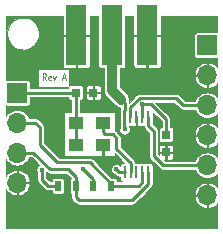
<source format=gtl>
G04 #@! TF.FileFunction,Copper,L1,Top,Signal*
%FSLAX46Y46*%
G04 Gerber Fmt 4.6, Leading zero omitted, Abs format (unit mm)*
G04 Created by KiCad (PCBNEW 4.0.6-e0-6349~53~ubuntu16.04.1) date Sat Jun 24 14:45:07 2017*
%MOMM*%
%LPD*%
G01*
G04 APERTURE LIST*
%ADD10C,0.100000*%
%ADD11C,0.125000*%
%ADD12C,0.200000*%
%ADD13R,0.750000X0.800000*%
%ADD14R,0.800000X0.750000*%
%ADD15R,1.700000X1.700000*%
%ADD16O,1.700000X1.700000*%
%ADD17R,1.800000X5.080000*%
%ADD18C,0.300000*%
%ADD19R,0.500000X0.900000*%
%ADD20R,1.300000X1.100000*%
%ADD21R,0.250000X1.100000*%
%ADD22C,0.400000*%
%ADD23C,0.250000*%
%ADD24C,0.850000*%
G04 APERTURE END LIST*
D10*
D11*
X104445239Y-76471429D02*
X104278572Y-76185714D01*
X104159525Y-76471429D02*
X104159525Y-75871429D01*
X104350001Y-75871429D01*
X104397620Y-75900000D01*
X104421429Y-75928571D01*
X104445239Y-75985714D01*
X104445239Y-76071429D01*
X104421429Y-76128571D01*
X104397620Y-76157143D01*
X104350001Y-76185714D01*
X104159525Y-76185714D01*
X104850001Y-76442857D02*
X104802382Y-76471429D01*
X104707144Y-76471429D01*
X104659525Y-76442857D01*
X104635715Y-76385714D01*
X104635715Y-76157143D01*
X104659525Y-76100000D01*
X104707144Y-76071429D01*
X104802382Y-76071429D01*
X104850001Y-76100000D01*
X104873810Y-76157143D01*
X104873810Y-76214286D01*
X104635715Y-76271429D01*
X105040477Y-76071429D02*
X105159524Y-76471429D01*
X105278572Y-76071429D01*
X105826190Y-76300000D02*
X106064285Y-76300000D01*
X105778571Y-76471429D02*
X105945238Y-75871429D01*
X106111904Y-76471429D01*
D12*
X111600000Y-78100000D03*
X111500000Y-77600000D03*
X111100000Y-77200000D03*
X110800000Y-76800000D03*
X110800000Y-76200000D03*
X110800000Y-75600000D03*
X109200000Y-77300000D03*
X109200000Y-75600000D03*
X109200000Y-76200000D03*
X109200000Y-76800000D03*
X109300000Y-77800000D03*
X109700000Y-78300000D03*
X110100000Y-78700000D03*
X110500000Y-79200000D03*
X110500000Y-79800000D03*
X110500000Y-80400000D03*
X110800000Y-81100000D03*
X111000000Y-81600000D03*
X111400000Y-81200000D03*
D13*
X114600000Y-81050000D03*
X114600000Y-82550000D03*
D14*
X106950000Y-77500000D03*
X108450000Y-77500000D03*
D15*
X102000000Y-77500000D03*
D16*
X102000000Y-80040000D03*
X102000000Y-82580000D03*
X102000000Y-85120000D03*
D17*
X110000000Y-72660000D03*
X107000000Y-72660000D03*
D18*
X113000000Y-74700000D03*
X113000000Y-70700000D03*
X112500000Y-71700000D03*
X113500000Y-71700000D03*
X113000000Y-72700000D03*
X112500000Y-73700000D03*
X113500000Y-73700000D03*
X107000000Y-74700000D03*
X107000000Y-70700000D03*
X106500000Y-71700000D03*
X107500000Y-71700000D03*
X107000000Y-72700000D03*
X106500000Y-73700000D03*
X107500000Y-73700000D03*
D17*
X113000000Y-72660000D03*
D15*
X118100000Y-73500000D03*
D16*
X118100000Y-76040000D03*
X118100000Y-78580000D03*
X118100000Y-81120000D03*
X118100000Y-83660000D03*
X118100000Y-86200000D03*
D19*
X108450000Y-85400000D03*
X109950000Y-85400000D03*
X105450000Y-85400000D03*
X106950000Y-85400000D03*
D20*
X106950000Y-81950000D03*
X109250000Y-81950000D03*
X109250000Y-80050000D03*
X106950000Y-80050000D03*
D21*
X111100000Y-84250000D03*
X111600000Y-84250000D03*
X112100000Y-84250000D03*
X112600000Y-84250000D03*
X113100000Y-84250000D03*
X113116000Y-79550000D03*
X112608000Y-79550000D03*
X112100000Y-79550000D03*
X111592000Y-79550000D03*
X111084000Y-79550000D03*
D12*
X111800000Y-80700000D03*
D22*
X112600000Y-78500000D03*
X110400000Y-84000000D03*
X107600000Y-84000000D03*
X104078768Y-84021232D03*
X109300000Y-83200000D03*
X111100000Y-80600000D03*
D23*
X112600000Y-78500000D02*
X112600000Y-79542000D01*
X112600000Y-79542000D02*
X112608000Y-79550000D01*
X114600000Y-81050000D02*
X114600000Y-79773998D01*
X114600000Y-79773998D02*
X113326002Y-78500000D01*
X113326002Y-78500000D02*
X112600000Y-78500000D01*
X106950000Y-77500000D02*
X106950000Y-80050000D01*
X106950000Y-81950000D02*
X106950000Y-80050000D01*
X106950000Y-77500000D02*
X102000000Y-77500000D01*
X110650000Y-84250000D02*
X111100000Y-84250000D01*
X110650000Y-84250000D02*
X110400000Y-84000000D01*
X108450000Y-85400000D02*
X108450000Y-84850000D01*
X108450000Y-84850000D02*
X107600000Y-84000000D01*
X104078768Y-84878768D02*
X104600000Y-85400000D01*
X104600000Y-85400000D02*
X105450000Y-85400000D01*
X104078768Y-84021232D02*
X104078768Y-84878768D01*
X109250000Y-81950000D02*
X109250000Y-83150000D01*
X109250000Y-83150000D02*
X109300000Y-83200000D01*
X112300000Y-85400000D02*
X112600000Y-85100000D01*
X112600000Y-85100000D02*
X112600000Y-84250000D01*
X109950000Y-85400000D02*
X112300000Y-85400000D01*
X103900000Y-80400000D02*
X103540000Y-80040000D01*
X103540000Y-80040000D02*
X102000000Y-80040000D01*
X103900000Y-81900000D02*
X103900000Y-80400000D01*
X105400000Y-83400000D02*
X103900000Y-81900000D01*
X108150000Y-83400000D02*
X105400000Y-83400000D01*
X109950000Y-85400000D02*
X109950000Y-85200000D01*
X109950000Y-85200000D02*
X108150000Y-83400000D01*
X113100000Y-85236410D02*
X113100000Y-84250000D01*
X107200000Y-86600000D02*
X111736410Y-86600000D01*
X111736410Y-86600000D02*
X113100000Y-85236410D01*
X106950000Y-85400000D02*
X106950000Y-84650000D01*
X103380000Y-82580000D02*
X102000000Y-82580000D01*
X104800000Y-84000000D02*
X103380000Y-82580000D01*
X106300000Y-84000000D02*
X104800000Y-84000000D01*
X106950000Y-84650000D02*
X106300000Y-84000000D01*
X106950000Y-85400000D02*
X106950000Y-86350000D01*
X106950000Y-86350000D02*
X107200000Y-86600000D01*
D24*
X110800000Y-78100000D02*
X110000000Y-77300000D01*
D23*
X111100000Y-78400000D02*
X110800000Y-78100000D01*
X111084000Y-79550000D02*
X111084000Y-80584000D01*
X111084000Y-80584000D02*
X111100000Y-80600000D01*
D24*
X110000000Y-77300000D02*
X110000000Y-72660000D01*
D23*
X111100000Y-79000000D02*
X111100000Y-78400000D01*
X111084000Y-79550000D02*
X111084000Y-79016000D01*
X111084000Y-79016000D02*
X111100000Y-79000000D01*
X115474999Y-77974999D02*
X116080000Y-78580000D01*
X116080000Y-78580000D02*
X118100000Y-78580000D01*
X111592000Y-79550000D02*
X111592000Y-78750000D01*
X111592000Y-78750000D02*
X112367001Y-77974999D01*
X112367001Y-77974999D02*
X115474999Y-77974999D01*
X113550001Y-82850001D02*
X114360000Y-83660000D01*
X114360000Y-83660000D02*
X118100000Y-83660000D01*
X113116000Y-79550000D02*
X113116000Y-80350000D01*
X113116000Y-80350000D02*
X113550001Y-80784001D01*
X113550001Y-80784001D02*
X113550001Y-82850001D01*
X110085002Y-81000000D02*
X109400000Y-81000000D01*
X109400000Y-81000000D02*
X109250000Y-80850000D01*
X109250000Y-80850000D02*
X109250000Y-80050000D01*
X110400000Y-82250000D02*
X110400000Y-81314998D01*
X110400000Y-81314998D02*
X110085002Y-81000000D01*
X111600000Y-84250000D02*
X111600000Y-83450000D01*
X111600000Y-83450000D02*
X110400000Y-82250000D01*
D10*
G36*
X105850000Y-72547500D02*
X105912500Y-72610000D01*
X106950000Y-72610000D01*
X106950000Y-72590000D01*
X107050000Y-72590000D01*
X107050000Y-72610000D01*
X108087500Y-72610000D01*
X108150000Y-72547500D01*
X108150000Y-71050000D01*
X108848791Y-71050000D01*
X108848791Y-75200000D01*
X108851966Y-75239811D01*
X108872877Y-75307336D01*
X108911772Y-75366362D01*
X108965571Y-75412214D01*
X109030015Y-75441263D01*
X109100000Y-75451209D01*
X109325000Y-75451209D01*
X109325000Y-77300000D01*
X109331082Y-77362031D01*
X109336518Y-77424167D01*
X109337509Y-77427577D01*
X109337855Y-77431108D01*
X109355879Y-77490808D01*
X109373272Y-77550673D01*
X109374904Y-77553822D01*
X109375931Y-77557223D01*
X109405204Y-77612278D01*
X109433897Y-77667632D01*
X109436113Y-77670408D01*
X109437778Y-77673539D01*
X109477162Y-77721829D01*
X109516086Y-77770587D01*
X109520958Y-77775528D01*
X109521040Y-77775628D01*
X109521133Y-77775705D01*
X109522703Y-77777297D01*
X110322703Y-78577297D01*
X110424500Y-78660915D01*
X110540601Y-78723168D01*
X110666581Y-78761683D01*
X110725000Y-78767617D01*
X110725000Y-78913428D01*
X110724492Y-78915029D01*
X110717737Y-78930015D01*
X110707791Y-79000000D01*
X110707791Y-80100000D01*
X110709000Y-80115160D01*
X110709000Y-80374500D01*
X110703754Y-80382162D01*
X110668989Y-80463275D01*
X110650641Y-80549596D01*
X110649409Y-80637837D01*
X110665340Y-80724637D01*
X110697826Y-80806689D01*
X110745632Y-80880869D01*
X110806935Y-80944350D01*
X110879401Y-80994715D01*
X110960270Y-81030046D01*
X111046460Y-81048996D01*
X111134691Y-81050844D01*
X111221599Y-81035520D01*
X111303876Y-81003607D01*
X111378388Y-80956320D01*
X111442296Y-80895462D01*
X111493166Y-80823349D01*
X111529060Y-80742729D01*
X111548611Y-80656673D01*
X111550019Y-80555875D01*
X111532878Y-80469306D01*
X111499249Y-80387716D01*
X111474994Y-80351209D01*
X111717000Y-80351209D01*
X111756811Y-80348034D01*
X111824336Y-80327123D01*
X111844772Y-80313657D01*
X111856580Y-80321547D01*
X111902078Y-80340393D01*
X111950377Y-80350000D01*
X111987500Y-80350000D01*
X112050000Y-80287500D01*
X112050000Y-79600000D01*
X112030000Y-79600000D01*
X112030000Y-79500000D01*
X112050000Y-79500000D01*
X112050000Y-79480000D01*
X112150000Y-79480000D01*
X112150000Y-79500000D01*
X112170000Y-79500000D01*
X112170000Y-79600000D01*
X112150000Y-79600000D01*
X112150000Y-80287500D01*
X112212500Y-80350000D01*
X112249623Y-80350000D01*
X112297922Y-80340393D01*
X112343420Y-80321547D01*
X112353836Y-80314587D01*
X112413015Y-80341263D01*
X112483000Y-80351209D01*
X112733000Y-80351209D01*
X112741056Y-80350567D01*
X112744380Y-80384473D01*
X112747399Y-80418982D01*
X112747950Y-80420878D01*
X112748142Y-80422838D01*
X112758152Y-80455992D01*
X112767818Y-80489263D01*
X112768725Y-80491012D01*
X112769295Y-80492901D01*
X112785571Y-80523511D01*
X112801499Y-80554239D01*
X112802728Y-80555778D01*
X112803655Y-80557522D01*
X112825594Y-80584422D01*
X112847159Y-80611436D01*
X112849862Y-80614178D01*
X112849911Y-80614238D01*
X112849966Y-80614284D01*
X112850835Y-80615165D01*
X113175001Y-80939331D01*
X113175001Y-82850001D01*
X113178381Y-82884474D01*
X113181400Y-82918983D01*
X113181951Y-82920879D01*
X113182143Y-82922839D01*
X113192153Y-82955993D01*
X113201819Y-82989264D01*
X113202726Y-82991013D01*
X113203296Y-82992902D01*
X113219572Y-83023512D01*
X113235500Y-83054240D01*
X113236729Y-83055779D01*
X113237656Y-83057523D01*
X113259595Y-83084423D01*
X113281160Y-83111437D01*
X113283863Y-83114179D01*
X113283912Y-83114239D01*
X113283967Y-83114285D01*
X113284836Y-83115166D01*
X114094835Y-83925165D01*
X114121553Y-83947111D01*
X114148137Y-83969418D01*
X114149871Y-83970371D01*
X114151390Y-83971619D01*
X114181875Y-83987966D01*
X114212272Y-84004676D01*
X114214151Y-84005272D01*
X114215889Y-84006204D01*
X114249040Y-84016339D01*
X114282033Y-84026805D01*
X114283990Y-84027025D01*
X114285879Y-84027602D01*
X114320402Y-84031109D01*
X114354764Y-84034963D01*
X114358614Y-84034990D01*
X114358691Y-84034998D01*
X114358762Y-84034991D01*
X114360000Y-84035000D01*
X117063867Y-84035000D01*
X117074776Y-84072067D01*
X117174237Y-84262320D01*
X117308758Y-84429630D01*
X117473214Y-84567625D01*
X117661342Y-84671049D01*
X117865975Y-84735962D01*
X118079320Y-84759893D01*
X118094678Y-84760000D01*
X118105322Y-84760000D01*
X118318980Y-84739051D01*
X118524499Y-84677001D01*
X118714053Y-84576213D01*
X118880420Y-84440528D01*
X118950000Y-84356420D01*
X118950000Y-85510158D01*
X118882627Y-85427018D01*
X118716788Y-85289188D01*
X118527246Y-85186360D01*
X118321285Y-85122485D01*
X118150000Y-85163634D01*
X118150000Y-86150000D01*
X118170000Y-86150000D01*
X118170000Y-86250000D01*
X118150000Y-86250000D01*
X118150000Y-87236366D01*
X118321285Y-87277515D01*
X118527246Y-87213640D01*
X118716788Y-87110812D01*
X118882627Y-86972982D01*
X118950000Y-86889842D01*
X118950000Y-88950000D01*
X101050000Y-88950000D01*
X101050000Y-85665416D01*
X101081610Y-85725446D01*
X101217373Y-85892982D01*
X101383212Y-86030812D01*
X101572754Y-86133640D01*
X101778715Y-86197515D01*
X101950000Y-86156366D01*
X101950000Y-85170000D01*
X102050000Y-85170000D01*
X102050000Y-86156366D01*
X102221285Y-86197515D01*
X102427246Y-86133640D01*
X102616788Y-86030812D01*
X102782627Y-85892982D01*
X102918390Y-85725446D01*
X103018860Y-85534644D01*
X103077512Y-85341284D01*
X103036294Y-85170000D01*
X102050000Y-85170000D01*
X101950000Y-85170000D01*
X101930000Y-85170000D01*
X101930000Y-85070000D01*
X101950000Y-85070000D01*
X101950000Y-84083634D01*
X102050000Y-84083634D01*
X102050000Y-85070000D01*
X103036294Y-85070000D01*
X103077512Y-84898716D01*
X103018860Y-84705356D01*
X102918390Y-84514554D01*
X102782627Y-84347018D01*
X102616788Y-84209188D01*
X102427246Y-84106360D01*
X102221285Y-84042485D01*
X102050000Y-84083634D01*
X101950000Y-84083634D01*
X101778715Y-84042485D01*
X101572754Y-84106360D01*
X101383212Y-84209188D01*
X101217373Y-84347018D01*
X101081610Y-84514554D01*
X101050000Y-84574584D01*
X101050000Y-83135958D01*
X101074237Y-83182320D01*
X101208758Y-83349630D01*
X101373214Y-83487625D01*
X101561342Y-83591049D01*
X101765975Y-83655962D01*
X101979320Y-83679893D01*
X101994678Y-83680000D01*
X102005322Y-83680000D01*
X102218980Y-83659051D01*
X102424499Y-83597001D01*
X102614053Y-83496213D01*
X102780420Y-83360528D01*
X102917263Y-83195112D01*
X103019371Y-83006267D01*
X103035241Y-82955000D01*
X103224670Y-82955000D01*
X103884165Y-83614495D01*
X103869276Y-83620511D01*
X103795432Y-83668833D01*
X103732380Y-83730578D01*
X103682522Y-83803394D01*
X103647757Y-83884507D01*
X103629409Y-83970828D01*
X103628177Y-84059069D01*
X103644108Y-84145869D01*
X103676594Y-84227921D01*
X103703768Y-84270087D01*
X103703768Y-84878768D01*
X103707148Y-84913241D01*
X103710167Y-84947750D01*
X103710718Y-84949646D01*
X103710910Y-84951606D01*
X103720920Y-84984760D01*
X103730586Y-85018031D01*
X103731493Y-85019780D01*
X103732063Y-85021669D01*
X103748335Y-85052272D01*
X103764267Y-85083007D01*
X103765496Y-85084546D01*
X103766423Y-85086290D01*
X103788362Y-85113190D01*
X103809927Y-85140204D01*
X103812630Y-85142946D01*
X103812679Y-85143006D01*
X103812734Y-85143052D01*
X103813603Y-85143933D01*
X104334835Y-85665165D01*
X104361575Y-85687129D01*
X104388137Y-85709418D01*
X104389868Y-85710370D01*
X104391389Y-85711619D01*
X104421861Y-85727958D01*
X104452272Y-85744676D01*
X104454155Y-85745273D01*
X104455889Y-85746203D01*
X104488953Y-85756312D01*
X104522033Y-85766805D01*
X104523995Y-85767025D01*
X104525879Y-85767601D01*
X104560353Y-85771103D01*
X104594764Y-85774963D01*
X104598614Y-85774990D01*
X104598691Y-85774998D01*
X104598762Y-85774991D01*
X104600000Y-85775000D01*
X104948791Y-85775000D01*
X104948791Y-85850000D01*
X104951966Y-85889811D01*
X104972877Y-85957336D01*
X105011772Y-86016362D01*
X105065571Y-86062214D01*
X105130015Y-86091263D01*
X105200000Y-86101209D01*
X105700000Y-86101209D01*
X105739811Y-86098034D01*
X105807336Y-86077123D01*
X105866362Y-86038228D01*
X105912214Y-85984429D01*
X105941263Y-85919985D01*
X105951209Y-85850000D01*
X105951209Y-84950000D01*
X105948034Y-84910189D01*
X105927123Y-84842664D01*
X105888228Y-84783638D01*
X105834429Y-84737786D01*
X105769985Y-84708737D01*
X105700000Y-84698791D01*
X105200000Y-84698791D01*
X105160189Y-84701966D01*
X105092664Y-84722877D01*
X105033638Y-84761772D01*
X104987786Y-84815571D01*
X104958737Y-84880015D01*
X104948791Y-84950000D01*
X104948791Y-85025000D01*
X104755330Y-85025000D01*
X104453768Y-84723438D01*
X104453768Y-84270333D01*
X104471934Y-84244581D01*
X104484970Y-84215300D01*
X104534835Y-84265165D01*
X104561575Y-84287129D01*
X104588137Y-84309418D01*
X104589868Y-84310370D01*
X104591389Y-84311619D01*
X104621878Y-84327967D01*
X104652272Y-84344676D01*
X104654151Y-84345272D01*
X104655889Y-84346204D01*
X104688979Y-84356320D01*
X104722033Y-84366805D01*
X104723995Y-84367025D01*
X104725879Y-84367601D01*
X104760353Y-84371103D01*
X104794764Y-84374963D01*
X104798614Y-84374990D01*
X104798691Y-84374998D01*
X104798762Y-84374991D01*
X104800000Y-84375000D01*
X106144670Y-84375000D01*
X106532628Y-84762958D01*
X106487786Y-84815571D01*
X106458737Y-84880015D01*
X106448791Y-84950000D01*
X106448791Y-85850000D01*
X106451966Y-85889811D01*
X106472877Y-85957336D01*
X106511772Y-86016362D01*
X106565571Y-86062214D01*
X106575000Y-86066464D01*
X106575000Y-86350000D01*
X106578380Y-86384473D01*
X106581399Y-86418982D01*
X106581950Y-86420878D01*
X106582142Y-86422838D01*
X106592152Y-86455992D01*
X106601818Y-86489263D01*
X106602725Y-86491012D01*
X106603295Y-86492901D01*
X106619571Y-86523511D01*
X106635499Y-86554239D01*
X106636728Y-86555778D01*
X106637655Y-86557522D01*
X106659594Y-86584422D01*
X106681159Y-86611436D01*
X106683862Y-86614178D01*
X106683911Y-86614238D01*
X106683966Y-86614284D01*
X106684835Y-86615165D01*
X106934835Y-86865165D01*
X106961575Y-86887129D01*
X106988137Y-86909418D01*
X106989868Y-86910370D01*
X106991389Y-86911619D01*
X107021861Y-86927958D01*
X107052272Y-86944676D01*
X107054155Y-86945273D01*
X107055889Y-86946203D01*
X107088953Y-86956312D01*
X107122033Y-86966805D01*
X107123995Y-86967025D01*
X107125879Y-86967601D01*
X107160353Y-86971103D01*
X107194764Y-86974963D01*
X107198614Y-86974990D01*
X107198691Y-86974998D01*
X107198762Y-86974991D01*
X107200000Y-86975000D01*
X111736410Y-86975000D01*
X111770883Y-86971620D01*
X111805392Y-86968601D01*
X111807288Y-86968050D01*
X111809248Y-86967858D01*
X111842402Y-86957848D01*
X111875673Y-86948182D01*
X111877422Y-86947275D01*
X111879311Y-86946705D01*
X111909921Y-86930429D01*
X111940649Y-86914501D01*
X111942188Y-86913272D01*
X111943932Y-86912345D01*
X111970832Y-86890406D01*
X111997846Y-86868841D01*
X112000588Y-86866138D01*
X112000648Y-86866089D01*
X112000694Y-86866034D01*
X112001575Y-86865165D01*
X112445456Y-86421284D01*
X117022488Y-86421284D01*
X117081140Y-86614644D01*
X117181610Y-86805446D01*
X117317373Y-86972982D01*
X117483212Y-87110812D01*
X117672754Y-87213640D01*
X117878715Y-87277515D01*
X118050000Y-87236366D01*
X118050000Y-86250000D01*
X117063706Y-86250000D01*
X117022488Y-86421284D01*
X112445456Y-86421284D01*
X112888024Y-85978716D01*
X117022488Y-85978716D01*
X117063706Y-86150000D01*
X118050000Y-86150000D01*
X118050000Y-85163634D01*
X117878715Y-85122485D01*
X117672754Y-85186360D01*
X117483212Y-85289188D01*
X117317373Y-85427018D01*
X117181610Y-85594554D01*
X117081140Y-85785356D01*
X117022488Y-85978716D01*
X112888024Y-85978716D01*
X113365165Y-85501575D01*
X113387129Y-85474835D01*
X113409418Y-85448273D01*
X113410370Y-85446542D01*
X113411619Y-85445021D01*
X113427968Y-85414530D01*
X113444676Y-85384138D01*
X113445273Y-85382257D01*
X113446203Y-85380522D01*
X113456316Y-85347443D01*
X113466805Y-85314377D01*
X113467025Y-85312415D01*
X113467601Y-85310531D01*
X113471098Y-85276102D01*
X113474963Y-85241646D01*
X113474990Y-85237785D01*
X113474997Y-85237719D01*
X113474991Y-85237657D01*
X113475000Y-85236410D01*
X113475000Y-84808507D01*
X113476209Y-84800000D01*
X113476209Y-83700000D01*
X113473034Y-83660189D01*
X113452123Y-83592664D01*
X113413228Y-83533638D01*
X113359429Y-83487786D01*
X113294985Y-83458737D01*
X113225000Y-83448791D01*
X112975000Y-83448791D01*
X112935189Y-83451966D01*
X112867664Y-83472877D01*
X112850884Y-83483934D01*
X112794985Y-83458737D01*
X112725000Y-83448791D01*
X112475000Y-83448791D01*
X112435189Y-83451966D01*
X112367664Y-83472877D01*
X112350884Y-83483934D01*
X112294985Y-83458737D01*
X112225000Y-83448791D01*
X111975000Y-83448791D01*
X111974882Y-83448800D01*
X111971620Y-83415531D01*
X111968601Y-83381018D01*
X111968050Y-83379122D01*
X111967858Y-83377162D01*
X111957848Y-83344008D01*
X111948182Y-83310737D01*
X111947275Y-83308988D01*
X111946705Y-83307099D01*
X111930440Y-83276510D01*
X111914501Y-83245760D01*
X111913270Y-83244219D01*
X111912345Y-83242478D01*
X111890444Y-83215624D01*
X111868841Y-83188563D01*
X111866137Y-83185820D01*
X111866089Y-83185762D01*
X111866035Y-83185717D01*
X111865165Y-83184835D01*
X110775000Y-82094670D01*
X110775000Y-81314998D01*
X110771620Y-81280529D01*
X110768601Y-81246016D01*
X110768050Y-81244120D01*
X110767858Y-81242160D01*
X110757852Y-81209020D01*
X110748182Y-81175734D01*
X110747274Y-81173983D01*
X110746705Y-81172097D01*
X110730450Y-81141526D01*
X110714501Y-81110758D01*
X110713270Y-81109217D01*
X110712345Y-81107476D01*
X110690444Y-81080622D01*
X110668841Y-81053561D01*
X110666137Y-81050818D01*
X110666089Y-81050760D01*
X110666035Y-81050715D01*
X110665165Y-81049833D01*
X110350167Y-80734835D01*
X110323427Y-80712871D01*
X110296865Y-80690582D01*
X110295134Y-80689630D01*
X110293613Y-80688381D01*
X110263106Y-80672023D01*
X110250000Y-80664818D01*
X110250000Y-79200000D01*
X110246581Y-79181827D01*
X110235840Y-79165136D01*
X110219453Y-79153939D01*
X110200000Y-79150000D01*
X107325000Y-79150000D01*
X107325000Y-78126209D01*
X107350000Y-78126209D01*
X107389811Y-78123034D01*
X107457336Y-78102123D01*
X107516362Y-78063228D01*
X107562214Y-78009429D01*
X107591263Y-77944985D01*
X107601209Y-77875000D01*
X107601209Y-77612500D01*
X107800000Y-77612500D01*
X107800000Y-77899623D01*
X107809607Y-77947922D01*
X107828453Y-77993419D01*
X107855812Y-78034366D01*
X107890634Y-78069188D01*
X107931580Y-78096547D01*
X107977078Y-78115393D01*
X108025377Y-78125000D01*
X108337500Y-78125000D01*
X108400000Y-78062500D01*
X108400000Y-77550000D01*
X108500000Y-77550000D01*
X108500000Y-78062500D01*
X108562500Y-78125000D01*
X108874623Y-78125000D01*
X108922922Y-78115393D01*
X108968420Y-78096547D01*
X109009366Y-78069188D01*
X109044188Y-78034366D01*
X109071547Y-77993419D01*
X109090393Y-77947922D01*
X109100000Y-77899623D01*
X109100000Y-77612500D01*
X109037500Y-77550000D01*
X108500000Y-77550000D01*
X108400000Y-77550000D01*
X107862500Y-77550000D01*
X107800000Y-77612500D01*
X107601209Y-77612500D01*
X107601209Y-77125000D01*
X107599246Y-77100377D01*
X107800000Y-77100377D01*
X107800000Y-77387500D01*
X107862500Y-77450000D01*
X108400000Y-77450000D01*
X108400000Y-76937500D01*
X108500000Y-76937500D01*
X108500000Y-77450000D01*
X109037500Y-77450000D01*
X109100000Y-77387500D01*
X109100000Y-77100377D01*
X109090393Y-77052078D01*
X109071547Y-77006581D01*
X109044188Y-76965634D01*
X109009366Y-76930812D01*
X108968420Y-76903453D01*
X108922922Y-76884607D01*
X108874623Y-76875000D01*
X108562500Y-76875000D01*
X108500000Y-76937500D01*
X108400000Y-76937500D01*
X108337500Y-76875000D01*
X108025377Y-76875000D01*
X107977078Y-76884607D01*
X107931580Y-76903453D01*
X107890634Y-76930812D01*
X107855812Y-76965634D01*
X107828453Y-77006581D01*
X107809607Y-77052078D01*
X107800000Y-77100377D01*
X107599246Y-77100377D01*
X107598034Y-77085189D01*
X107577123Y-77017664D01*
X107538228Y-76958638D01*
X107484429Y-76912786D01*
X107419985Y-76883737D01*
X107350000Y-76873791D01*
X106550000Y-76873791D01*
X106510189Y-76876966D01*
X106442664Y-76897877D01*
X106409523Y-76919715D01*
X106409523Y-75467500D01*
X103790477Y-75467500D01*
X103790477Y-76992500D01*
X106336916Y-76992500D01*
X106308737Y-77055015D01*
X106298791Y-77125000D01*
X103101209Y-77125000D01*
X103101209Y-76650000D01*
X103098034Y-76610189D01*
X103077123Y-76542664D01*
X103038228Y-76483638D01*
X102984429Y-76437786D01*
X102919985Y-76408737D01*
X102850000Y-76398791D01*
X101150000Y-76398791D01*
X101110189Y-76401966D01*
X101050000Y-76420605D01*
X101050000Y-72613512D01*
X101148226Y-72613512D01*
X101196018Y-72873911D01*
X101293478Y-73120068D01*
X101436895Y-73342607D01*
X101620805Y-73533051D01*
X101838203Y-73684147D01*
X102080809Y-73790139D01*
X102339381Y-73846989D01*
X102604072Y-73852534D01*
X102864798Y-73806561D01*
X103111630Y-73710821D01*
X103335164Y-73568962D01*
X103526888Y-73386386D01*
X103679498Y-73170048D01*
X103787181Y-72928188D01*
X103822552Y-72772500D01*
X105850000Y-72772500D01*
X105850000Y-75224623D01*
X105859607Y-75272922D01*
X105878453Y-75318419D01*
X105905812Y-75359366D01*
X105940634Y-75394188D01*
X105981580Y-75421547D01*
X106027078Y-75440393D01*
X106075377Y-75450000D01*
X106887500Y-75450000D01*
X106950000Y-75387500D01*
X106950000Y-72710000D01*
X107050000Y-72710000D01*
X107050000Y-75387500D01*
X107112500Y-75450000D01*
X107924623Y-75450000D01*
X107972922Y-75440393D01*
X108018420Y-75421547D01*
X108059366Y-75394188D01*
X108094188Y-75359366D01*
X108121547Y-75318419D01*
X108140393Y-75272922D01*
X108150000Y-75224623D01*
X108150000Y-72772500D01*
X108087500Y-72710000D01*
X107050000Y-72710000D01*
X106950000Y-72710000D01*
X105912500Y-72710000D01*
X105850000Y-72772500D01*
X103822552Y-72772500D01*
X103845835Y-72670019D01*
X103850058Y-72367626D01*
X103798635Y-72107919D01*
X103697747Y-71863147D01*
X103551237Y-71642632D01*
X103364686Y-71454774D01*
X103145199Y-71306729D01*
X102901137Y-71204134D01*
X102641796Y-71150899D01*
X102377054Y-71149051D01*
X102116995Y-71198660D01*
X101871524Y-71297836D01*
X101649992Y-71442803D01*
X101460836Y-71628038D01*
X101311262Y-71846486D01*
X101206966Y-72089826D01*
X101151922Y-72348789D01*
X101148226Y-72613512D01*
X101050000Y-72613512D01*
X101050000Y-71050000D01*
X105850000Y-71050000D01*
X105850000Y-72547500D01*
X105850000Y-72547500D01*
G37*
X105850000Y-72547500D02*
X105912500Y-72610000D01*
X106950000Y-72610000D01*
X106950000Y-72590000D01*
X107050000Y-72590000D01*
X107050000Y-72610000D01*
X108087500Y-72610000D01*
X108150000Y-72547500D01*
X108150000Y-71050000D01*
X108848791Y-71050000D01*
X108848791Y-75200000D01*
X108851966Y-75239811D01*
X108872877Y-75307336D01*
X108911772Y-75366362D01*
X108965571Y-75412214D01*
X109030015Y-75441263D01*
X109100000Y-75451209D01*
X109325000Y-75451209D01*
X109325000Y-77300000D01*
X109331082Y-77362031D01*
X109336518Y-77424167D01*
X109337509Y-77427577D01*
X109337855Y-77431108D01*
X109355879Y-77490808D01*
X109373272Y-77550673D01*
X109374904Y-77553822D01*
X109375931Y-77557223D01*
X109405204Y-77612278D01*
X109433897Y-77667632D01*
X109436113Y-77670408D01*
X109437778Y-77673539D01*
X109477162Y-77721829D01*
X109516086Y-77770587D01*
X109520958Y-77775528D01*
X109521040Y-77775628D01*
X109521133Y-77775705D01*
X109522703Y-77777297D01*
X110322703Y-78577297D01*
X110424500Y-78660915D01*
X110540601Y-78723168D01*
X110666581Y-78761683D01*
X110725000Y-78767617D01*
X110725000Y-78913428D01*
X110724492Y-78915029D01*
X110717737Y-78930015D01*
X110707791Y-79000000D01*
X110707791Y-80100000D01*
X110709000Y-80115160D01*
X110709000Y-80374500D01*
X110703754Y-80382162D01*
X110668989Y-80463275D01*
X110650641Y-80549596D01*
X110649409Y-80637837D01*
X110665340Y-80724637D01*
X110697826Y-80806689D01*
X110745632Y-80880869D01*
X110806935Y-80944350D01*
X110879401Y-80994715D01*
X110960270Y-81030046D01*
X111046460Y-81048996D01*
X111134691Y-81050844D01*
X111221599Y-81035520D01*
X111303876Y-81003607D01*
X111378388Y-80956320D01*
X111442296Y-80895462D01*
X111493166Y-80823349D01*
X111529060Y-80742729D01*
X111548611Y-80656673D01*
X111550019Y-80555875D01*
X111532878Y-80469306D01*
X111499249Y-80387716D01*
X111474994Y-80351209D01*
X111717000Y-80351209D01*
X111756811Y-80348034D01*
X111824336Y-80327123D01*
X111844772Y-80313657D01*
X111856580Y-80321547D01*
X111902078Y-80340393D01*
X111950377Y-80350000D01*
X111987500Y-80350000D01*
X112050000Y-80287500D01*
X112050000Y-79600000D01*
X112030000Y-79600000D01*
X112030000Y-79500000D01*
X112050000Y-79500000D01*
X112050000Y-79480000D01*
X112150000Y-79480000D01*
X112150000Y-79500000D01*
X112170000Y-79500000D01*
X112170000Y-79600000D01*
X112150000Y-79600000D01*
X112150000Y-80287500D01*
X112212500Y-80350000D01*
X112249623Y-80350000D01*
X112297922Y-80340393D01*
X112343420Y-80321547D01*
X112353836Y-80314587D01*
X112413015Y-80341263D01*
X112483000Y-80351209D01*
X112733000Y-80351209D01*
X112741056Y-80350567D01*
X112744380Y-80384473D01*
X112747399Y-80418982D01*
X112747950Y-80420878D01*
X112748142Y-80422838D01*
X112758152Y-80455992D01*
X112767818Y-80489263D01*
X112768725Y-80491012D01*
X112769295Y-80492901D01*
X112785571Y-80523511D01*
X112801499Y-80554239D01*
X112802728Y-80555778D01*
X112803655Y-80557522D01*
X112825594Y-80584422D01*
X112847159Y-80611436D01*
X112849862Y-80614178D01*
X112849911Y-80614238D01*
X112849966Y-80614284D01*
X112850835Y-80615165D01*
X113175001Y-80939331D01*
X113175001Y-82850001D01*
X113178381Y-82884474D01*
X113181400Y-82918983D01*
X113181951Y-82920879D01*
X113182143Y-82922839D01*
X113192153Y-82955993D01*
X113201819Y-82989264D01*
X113202726Y-82991013D01*
X113203296Y-82992902D01*
X113219572Y-83023512D01*
X113235500Y-83054240D01*
X113236729Y-83055779D01*
X113237656Y-83057523D01*
X113259595Y-83084423D01*
X113281160Y-83111437D01*
X113283863Y-83114179D01*
X113283912Y-83114239D01*
X113283967Y-83114285D01*
X113284836Y-83115166D01*
X114094835Y-83925165D01*
X114121553Y-83947111D01*
X114148137Y-83969418D01*
X114149871Y-83970371D01*
X114151390Y-83971619D01*
X114181875Y-83987966D01*
X114212272Y-84004676D01*
X114214151Y-84005272D01*
X114215889Y-84006204D01*
X114249040Y-84016339D01*
X114282033Y-84026805D01*
X114283990Y-84027025D01*
X114285879Y-84027602D01*
X114320402Y-84031109D01*
X114354764Y-84034963D01*
X114358614Y-84034990D01*
X114358691Y-84034998D01*
X114358762Y-84034991D01*
X114360000Y-84035000D01*
X117063867Y-84035000D01*
X117074776Y-84072067D01*
X117174237Y-84262320D01*
X117308758Y-84429630D01*
X117473214Y-84567625D01*
X117661342Y-84671049D01*
X117865975Y-84735962D01*
X118079320Y-84759893D01*
X118094678Y-84760000D01*
X118105322Y-84760000D01*
X118318980Y-84739051D01*
X118524499Y-84677001D01*
X118714053Y-84576213D01*
X118880420Y-84440528D01*
X118950000Y-84356420D01*
X118950000Y-85510158D01*
X118882627Y-85427018D01*
X118716788Y-85289188D01*
X118527246Y-85186360D01*
X118321285Y-85122485D01*
X118150000Y-85163634D01*
X118150000Y-86150000D01*
X118170000Y-86150000D01*
X118170000Y-86250000D01*
X118150000Y-86250000D01*
X118150000Y-87236366D01*
X118321285Y-87277515D01*
X118527246Y-87213640D01*
X118716788Y-87110812D01*
X118882627Y-86972982D01*
X118950000Y-86889842D01*
X118950000Y-88950000D01*
X101050000Y-88950000D01*
X101050000Y-85665416D01*
X101081610Y-85725446D01*
X101217373Y-85892982D01*
X101383212Y-86030812D01*
X101572754Y-86133640D01*
X101778715Y-86197515D01*
X101950000Y-86156366D01*
X101950000Y-85170000D01*
X102050000Y-85170000D01*
X102050000Y-86156366D01*
X102221285Y-86197515D01*
X102427246Y-86133640D01*
X102616788Y-86030812D01*
X102782627Y-85892982D01*
X102918390Y-85725446D01*
X103018860Y-85534644D01*
X103077512Y-85341284D01*
X103036294Y-85170000D01*
X102050000Y-85170000D01*
X101950000Y-85170000D01*
X101930000Y-85170000D01*
X101930000Y-85070000D01*
X101950000Y-85070000D01*
X101950000Y-84083634D01*
X102050000Y-84083634D01*
X102050000Y-85070000D01*
X103036294Y-85070000D01*
X103077512Y-84898716D01*
X103018860Y-84705356D01*
X102918390Y-84514554D01*
X102782627Y-84347018D01*
X102616788Y-84209188D01*
X102427246Y-84106360D01*
X102221285Y-84042485D01*
X102050000Y-84083634D01*
X101950000Y-84083634D01*
X101778715Y-84042485D01*
X101572754Y-84106360D01*
X101383212Y-84209188D01*
X101217373Y-84347018D01*
X101081610Y-84514554D01*
X101050000Y-84574584D01*
X101050000Y-83135958D01*
X101074237Y-83182320D01*
X101208758Y-83349630D01*
X101373214Y-83487625D01*
X101561342Y-83591049D01*
X101765975Y-83655962D01*
X101979320Y-83679893D01*
X101994678Y-83680000D01*
X102005322Y-83680000D01*
X102218980Y-83659051D01*
X102424499Y-83597001D01*
X102614053Y-83496213D01*
X102780420Y-83360528D01*
X102917263Y-83195112D01*
X103019371Y-83006267D01*
X103035241Y-82955000D01*
X103224670Y-82955000D01*
X103884165Y-83614495D01*
X103869276Y-83620511D01*
X103795432Y-83668833D01*
X103732380Y-83730578D01*
X103682522Y-83803394D01*
X103647757Y-83884507D01*
X103629409Y-83970828D01*
X103628177Y-84059069D01*
X103644108Y-84145869D01*
X103676594Y-84227921D01*
X103703768Y-84270087D01*
X103703768Y-84878768D01*
X103707148Y-84913241D01*
X103710167Y-84947750D01*
X103710718Y-84949646D01*
X103710910Y-84951606D01*
X103720920Y-84984760D01*
X103730586Y-85018031D01*
X103731493Y-85019780D01*
X103732063Y-85021669D01*
X103748335Y-85052272D01*
X103764267Y-85083007D01*
X103765496Y-85084546D01*
X103766423Y-85086290D01*
X103788362Y-85113190D01*
X103809927Y-85140204D01*
X103812630Y-85142946D01*
X103812679Y-85143006D01*
X103812734Y-85143052D01*
X103813603Y-85143933D01*
X104334835Y-85665165D01*
X104361575Y-85687129D01*
X104388137Y-85709418D01*
X104389868Y-85710370D01*
X104391389Y-85711619D01*
X104421861Y-85727958D01*
X104452272Y-85744676D01*
X104454155Y-85745273D01*
X104455889Y-85746203D01*
X104488953Y-85756312D01*
X104522033Y-85766805D01*
X104523995Y-85767025D01*
X104525879Y-85767601D01*
X104560353Y-85771103D01*
X104594764Y-85774963D01*
X104598614Y-85774990D01*
X104598691Y-85774998D01*
X104598762Y-85774991D01*
X104600000Y-85775000D01*
X104948791Y-85775000D01*
X104948791Y-85850000D01*
X104951966Y-85889811D01*
X104972877Y-85957336D01*
X105011772Y-86016362D01*
X105065571Y-86062214D01*
X105130015Y-86091263D01*
X105200000Y-86101209D01*
X105700000Y-86101209D01*
X105739811Y-86098034D01*
X105807336Y-86077123D01*
X105866362Y-86038228D01*
X105912214Y-85984429D01*
X105941263Y-85919985D01*
X105951209Y-85850000D01*
X105951209Y-84950000D01*
X105948034Y-84910189D01*
X105927123Y-84842664D01*
X105888228Y-84783638D01*
X105834429Y-84737786D01*
X105769985Y-84708737D01*
X105700000Y-84698791D01*
X105200000Y-84698791D01*
X105160189Y-84701966D01*
X105092664Y-84722877D01*
X105033638Y-84761772D01*
X104987786Y-84815571D01*
X104958737Y-84880015D01*
X104948791Y-84950000D01*
X104948791Y-85025000D01*
X104755330Y-85025000D01*
X104453768Y-84723438D01*
X104453768Y-84270333D01*
X104471934Y-84244581D01*
X104484970Y-84215300D01*
X104534835Y-84265165D01*
X104561575Y-84287129D01*
X104588137Y-84309418D01*
X104589868Y-84310370D01*
X104591389Y-84311619D01*
X104621878Y-84327967D01*
X104652272Y-84344676D01*
X104654151Y-84345272D01*
X104655889Y-84346204D01*
X104688979Y-84356320D01*
X104722033Y-84366805D01*
X104723995Y-84367025D01*
X104725879Y-84367601D01*
X104760353Y-84371103D01*
X104794764Y-84374963D01*
X104798614Y-84374990D01*
X104798691Y-84374998D01*
X104798762Y-84374991D01*
X104800000Y-84375000D01*
X106144670Y-84375000D01*
X106532628Y-84762958D01*
X106487786Y-84815571D01*
X106458737Y-84880015D01*
X106448791Y-84950000D01*
X106448791Y-85850000D01*
X106451966Y-85889811D01*
X106472877Y-85957336D01*
X106511772Y-86016362D01*
X106565571Y-86062214D01*
X106575000Y-86066464D01*
X106575000Y-86350000D01*
X106578380Y-86384473D01*
X106581399Y-86418982D01*
X106581950Y-86420878D01*
X106582142Y-86422838D01*
X106592152Y-86455992D01*
X106601818Y-86489263D01*
X106602725Y-86491012D01*
X106603295Y-86492901D01*
X106619571Y-86523511D01*
X106635499Y-86554239D01*
X106636728Y-86555778D01*
X106637655Y-86557522D01*
X106659594Y-86584422D01*
X106681159Y-86611436D01*
X106683862Y-86614178D01*
X106683911Y-86614238D01*
X106683966Y-86614284D01*
X106684835Y-86615165D01*
X106934835Y-86865165D01*
X106961575Y-86887129D01*
X106988137Y-86909418D01*
X106989868Y-86910370D01*
X106991389Y-86911619D01*
X107021861Y-86927958D01*
X107052272Y-86944676D01*
X107054155Y-86945273D01*
X107055889Y-86946203D01*
X107088953Y-86956312D01*
X107122033Y-86966805D01*
X107123995Y-86967025D01*
X107125879Y-86967601D01*
X107160353Y-86971103D01*
X107194764Y-86974963D01*
X107198614Y-86974990D01*
X107198691Y-86974998D01*
X107198762Y-86974991D01*
X107200000Y-86975000D01*
X111736410Y-86975000D01*
X111770883Y-86971620D01*
X111805392Y-86968601D01*
X111807288Y-86968050D01*
X111809248Y-86967858D01*
X111842402Y-86957848D01*
X111875673Y-86948182D01*
X111877422Y-86947275D01*
X111879311Y-86946705D01*
X111909921Y-86930429D01*
X111940649Y-86914501D01*
X111942188Y-86913272D01*
X111943932Y-86912345D01*
X111970832Y-86890406D01*
X111997846Y-86868841D01*
X112000588Y-86866138D01*
X112000648Y-86866089D01*
X112000694Y-86866034D01*
X112001575Y-86865165D01*
X112445456Y-86421284D01*
X117022488Y-86421284D01*
X117081140Y-86614644D01*
X117181610Y-86805446D01*
X117317373Y-86972982D01*
X117483212Y-87110812D01*
X117672754Y-87213640D01*
X117878715Y-87277515D01*
X118050000Y-87236366D01*
X118050000Y-86250000D01*
X117063706Y-86250000D01*
X117022488Y-86421284D01*
X112445456Y-86421284D01*
X112888024Y-85978716D01*
X117022488Y-85978716D01*
X117063706Y-86150000D01*
X118050000Y-86150000D01*
X118050000Y-85163634D01*
X117878715Y-85122485D01*
X117672754Y-85186360D01*
X117483212Y-85289188D01*
X117317373Y-85427018D01*
X117181610Y-85594554D01*
X117081140Y-85785356D01*
X117022488Y-85978716D01*
X112888024Y-85978716D01*
X113365165Y-85501575D01*
X113387129Y-85474835D01*
X113409418Y-85448273D01*
X113410370Y-85446542D01*
X113411619Y-85445021D01*
X113427968Y-85414530D01*
X113444676Y-85384138D01*
X113445273Y-85382257D01*
X113446203Y-85380522D01*
X113456316Y-85347443D01*
X113466805Y-85314377D01*
X113467025Y-85312415D01*
X113467601Y-85310531D01*
X113471098Y-85276102D01*
X113474963Y-85241646D01*
X113474990Y-85237785D01*
X113474997Y-85237719D01*
X113474991Y-85237657D01*
X113475000Y-85236410D01*
X113475000Y-84808507D01*
X113476209Y-84800000D01*
X113476209Y-83700000D01*
X113473034Y-83660189D01*
X113452123Y-83592664D01*
X113413228Y-83533638D01*
X113359429Y-83487786D01*
X113294985Y-83458737D01*
X113225000Y-83448791D01*
X112975000Y-83448791D01*
X112935189Y-83451966D01*
X112867664Y-83472877D01*
X112850884Y-83483934D01*
X112794985Y-83458737D01*
X112725000Y-83448791D01*
X112475000Y-83448791D01*
X112435189Y-83451966D01*
X112367664Y-83472877D01*
X112350884Y-83483934D01*
X112294985Y-83458737D01*
X112225000Y-83448791D01*
X111975000Y-83448791D01*
X111974882Y-83448800D01*
X111971620Y-83415531D01*
X111968601Y-83381018D01*
X111968050Y-83379122D01*
X111967858Y-83377162D01*
X111957848Y-83344008D01*
X111948182Y-83310737D01*
X111947275Y-83308988D01*
X111946705Y-83307099D01*
X111930440Y-83276510D01*
X111914501Y-83245760D01*
X111913270Y-83244219D01*
X111912345Y-83242478D01*
X111890444Y-83215624D01*
X111868841Y-83188563D01*
X111866137Y-83185820D01*
X111866089Y-83185762D01*
X111866035Y-83185717D01*
X111865165Y-83184835D01*
X110775000Y-82094670D01*
X110775000Y-81314998D01*
X110771620Y-81280529D01*
X110768601Y-81246016D01*
X110768050Y-81244120D01*
X110767858Y-81242160D01*
X110757852Y-81209020D01*
X110748182Y-81175734D01*
X110747274Y-81173983D01*
X110746705Y-81172097D01*
X110730450Y-81141526D01*
X110714501Y-81110758D01*
X110713270Y-81109217D01*
X110712345Y-81107476D01*
X110690444Y-81080622D01*
X110668841Y-81053561D01*
X110666137Y-81050818D01*
X110666089Y-81050760D01*
X110666035Y-81050715D01*
X110665165Y-81049833D01*
X110350167Y-80734835D01*
X110323427Y-80712871D01*
X110296865Y-80690582D01*
X110295134Y-80689630D01*
X110293613Y-80688381D01*
X110263106Y-80672023D01*
X110250000Y-80664818D01*
X110250000Y-79200000D01*
X110246581Y-79181827D01*
X110235840Y-79165136D01*
X110219453Y-79153939D01*
X110200000Y-79150000D01*
X107325000Y-79150000D01*
X107325000Y-78126209D01*
X107350000Y-78126209D01*
X107389811Y-78123034D01*
X107457336Y-78102123D01*
X107516362Y-78063228D01*
X107562214Y-78009429D01*
X107591263Y-77944985D01*
X107601209Y-77875000D01*
X107601209Y-77612500D01*
X107800000Y-77612500D01*
X107800000Y-77899623D01*
X107809607Y-77947922D01*
X107828453Y-77993419D01*
X107855812Y-78034366D01*
X107890634Y-78069188D01*
X107931580Y-78096547D01*
X107977078Y-78115393D01*
X108025377Y-78125000D01*
X108337500Y-78125000D01*
X108400000Y-78062500D01*
X108400000Y-77550000D01*
X108500000Y-77550000D01*
X108500000Y-78062500D01*
X108562500Y-78125000D01*
X108874623Y-78125000D01*
X108922922Y-78115393D01*
X108968420Y-78096547D01*
X109009366Y-78069188D01*
X109044188Y-78034366D01*
X109071547Y-77993419D01*
X109090393Y-77947922D01*
X109100000Y-77899623D01*
X109100000Y-77612500D01*
X109037500Y-77550000D01*
X108500000Y-77550000D01*
X108400000Y-77550000D01*
X107862500Y-77550000D01*
X107800000Y-77612500D01*
X107601209Y-77612500D01*
X107601209Y-77125000D01*
X107599246Y-77100377D01*
X107800000Y-77100377D01*
X107800000Y-77387500D01*
X107862500Y-77450000D01*
X108400000Y-77450000D01*
X108400000Y-76937500D01*
X108500000Y-76937500D01*
X108500000Y-77450000D01*
X109037500Y-77450000D01*
X109100000Y-77387500D01*
X109100000Y-77100377D01*
X109090393Y-77052078D01*
X109071547Y-77006581D01*
X109044188Y-76965634D01*
X109009366Y-76930812D01*
X108968420Y-76903453D01*
X108922922Y-76884607D01*
X108874623Y-76875000D01*
X108562500Y-76875000D01*
X108500000Y-76937500D01*
X108400000Y-76937500D01*
X108337500Y-76875000D01*
X108025377Y-76875000D01*
X107977078Y-76884607D01*
X107931580Y-76903453D01*
X107890634Y-76930812D01*
X107855812Y-76965634D01*
X107828453Y-77006581D01*
X107809607Y-77052078D01*
X107800000Y-77100377D01*
X107599246Y-77100377D01*
X107598034Y-77085189D01*
X107577123Y-77017664D01*
X107538228Y-76958638D01*
X107484429Y-76912786D01*
X107419985Y-76883737D01*
X107350000Y-76873791D01*
X106550000Y-76873791D01*
X106510189Y-76876966D01*
X106442664Y-76897877D01*
X106409523Y-76919715D01*
X106409523Y-75467500D01*
X103790477Y-75467500D01*
X103790477Y-76992500D01*
X106336916Y-76992500D01*
X106308737Y-77055015D01*
X106298791Y-77125000D01*
X103101209Y-77125000D01*
X103101209Y-76650000D01*
X103098034Y-76610189D01*
X103077123Y-76542664D01*
X103038228Y-76483638D01*
X102984429Y-76437786D01*
X102919985Y-76408737D01*
X102850000Y-76398791D01*
X101150000Y-76398791D01*
X101110189Y-76401966D01*
X101050000Y-76420605D01*
X101050000Y-72613512D01*
X101148226Y-72613512D01*
X101196018Y-72873911D01*
X101293478Y-73120068D01*
X101436895Y-73342607D01*
X101620805Y-73533051D01*
X101838203Y-73684147D01*
X102080809Y-73790139D01*
X102339381Y-73846989D01*
X102604072Y-73852534D01*
X102864798Y-73806561D01*
X103111630Y-73710821D01*
X103335164Y-73568962D01*
X103526888Y-73386386D01*
X103679498Y-73170048D01*
X103787181Y-72928188D01*
X103822552Y-72772500D01*
X105850000Y-72772500D01*
X105850000Y-75224623D01*
X105859607Y-75272922D01*
X105878453Y-75318419D01*
X105905812Y-75359366D01*
X105940634Y-75394188D01*
X105981580Y-75421547D01*
X106027078Y-75440393D01*
X106075377Y-75450000D01*
X106887500Y-75450000D01*
X106950000Y-75387500D01*
X106950000Y-72710000D01*
X107050000Y-72710000D01*
X107050000Y-75387500D01*
X107112500Y-75450000D01*
X107924623Y-75450000D01*
X107972922Y-75440393D01*
X108018420Y-75421547D01*
X108059366Y-75394188D01*
X108094188Y-75359366D01*
X108121547Y-75318419D01*
X108140393Y-75272922D01*
X108150000Y-75224623D01*
X108150000Y-72772500D01*
X108087500Y-72710000D01*
X107050000Y-72710000D01*
X106950000Y-72710000D01*
X105912500Y-72710000D01*
X105850000Y-72772500D01*
X103822552Y-72772500D01*
X103845835Y-72670019D01*
X103850058Y-72367626D01*
X103798635Y-72107919D01*
X103697747Y-71863147D01*
X103551237Y-71642632D01*
X103364686Y-71454774D01*
X103145199Y-71306729D01*
X102901137Y-71204134D01*
X102641796Y-71150899D01*
X102377054Y-71149051D01*
X102116995Y-71198660D01*
X101871524Y-71297836D01*
X101649992Y-71442803D01*
X101460836Y-71628038D01*
X101311262Y-71846486D01*
X101206966Y-72089826D01*
X101151922Y-72348789D01*
X101148226Y-72613512D01*
X101050000Y-72613512D01*
X101050000Y-71050000D01*
X105850000Y-71050000D01*
X105850000Y-72547500D01*
G36*
X106301966Y-77914811D02*
X106322877Y-77982336D01*
X106361772Y-78041362D01*
X106415571Y-78087214D01*
X106480015Y-78116263D01*
X106550000Y-78126209D01*
X106575000Y-78126209D01*
X106575000Y-79150000D01*
X106000000Y-79150000D01*
X105981827Y-79153419D01*
X105965136Y-79164160D01*
X105953939Y-79180547D01*
X105950000Y-79200000D01*
X105950000Y-82800000D01*
X105953419Y-82818173D01*
X105964160Y-82834864D01*
X105980547Y-82846061D01*
X106000000Y-82850000D01*
X110200000Y-82850000D01*
X110218173Y-82846581D01*
X110234864Y-82835840D01*
X110246061Y-82819453D01*
X110250000Y-82800000D01*
X110250000Y-82630330D01*
X111068461Y-83448791D01*
X110975000Y-83448791D01*
X110935189Y-83451966D01*
X110867664Y-83472877D01*
X110808638Y-83511772D01*
X110762786Y-83565571D01*
X110733737Y-83630015D01*
X110725357Y-83688981D01*
X110688228Y-83651592D01*
X110615066Y-83602243D01*
X110533712Y-83568045D01*
X110447265Y-83550300D01*
X110359018Y-83549684D01*
X110272332Y-83566220D01*
X110190508Y-83599279D01*
X110116664Y-83647601D01*
X110053612Y-83709346D01*
X110003754Y-83782162D01*
X109968989Y-83863275D01*
X109950641Y-83949596D01*
X109949409Y-84037837D01*
X109965340Y-84124637D01*
X109997826Y-84206689D01*
X110045632Y-84280869D01*
X110106935Y-84344350D01*
X110179401Y-84394715D01*
X110260270Y-84430046D01*
X110310833Y-84441163D01*
X110384835Y-84515165D01*
X110411575Y-84537129D01*
X110438137Y-84559418D01*
X110439868Y-84560370D01*
X110441389Y-84561619D01*
X110471861Y-84577958D01*
X110502272Y-84594676D01*
X110504155Y-84595273D01*
X110505889Y-84596203D01*
X110538953Y-84606312D01*
X110572033Y-84616805D01*
X110573995Y-84617025D01*
X110575879Y-84617601D01*
X110610353Y-84621103D01*
X110644764Y-84624963D01*
X110648614Y-84624990D01*
X110648691Y-84624998D01*
X110648762Y-84624991D01*
X110650000Y-84625000D01*
X110723791Y-84625000D01*
X110723791Y-84800000D01*
X110726966Y-84839811D01*
X110747877Y-84907336D01*
X110786772Y-84966362D01*
X110840571Y-85012214D01*
X110868936Y-85025000D01*
X110451209Y-85025000D01*
X110451209Y-84950000D01*
X110448034Y-84910189D01*
X110427123Y-84842664D01*
X110388228Y-84783638D01*
X110334429Y-84737786D01*
X110269985Y-84708737D01*
X110200000Y-84698791D01*
X109979121Y-84698791D01*
X108415165Y-83134835D01*
X108388425Y-83112871D01*
X108361863Y-83090582D01*
X108360132Y-83089630D01*
X108358611Y-83088381D01*
X108328104Y-83072023D01*
X108297728Y-83055324D01*
X108295849Y-83054728D01*
X108294111Y-83053796D01*
X108261001Y-83043674D01*
X108227967Y-83033195D01*
X108226005Y-83032975D01*
X108224121Y-83032399D01*
X108189647Y-83028897D01*
X108155236Y-83025037D01*
X108151386Y-83025010D01*
X108151309Y-83025002D01*
X108151238Y-83025009D01*
X108150000Y-83025000D01*
X105555330Y-83025000D01*
X104275000Y-81744670D01*
X104275000Y-80400000D01*
X104271624Y-80365572D01*
X104268601Y-80331018D01*
X104268050Y-80329122D01*
X104267858Y-80327162D01*
X104257848Y-80294008D01*
X104248182Y-80260737D01*
X104247275Y-80258988D01*
X104246705Y-80257099D01*
X104230429Y-80226489D01*
X104214501Y-80195761D01*
X104213272Y-80194222D01*
X104212345Y-80192478D01*
X104190406Y-80165578D01*
X104168841Y-80138564D01*
X104166138Y-80135822D01*
X104166089Y-80135762D01*
X104166034Y-80135716D01*
X104165165Y-80134835D01*
X103805165Y-79774835D01*
X103778425Y-79752871D01*
X103751863Y-79730582D01*
X103750132Y-79729630D01*
X103748611Y-79728381D01*
X103718104Y-79712023D01*
X103687728Y-79695324D01*
X103685849Y-79694728D01*
X103684111Y-79693796D01*
X103651001Y-79683674D01*
X103617967Y-79673195D01*
X103616005Y-79672975D01*
X103614121Y-79672399D01*
X103579647Y-79668897D01*
X103545236Y-79665037D01*
X103541386Y-79665010D01*
X103541309Y-79665002D01*
X103541238Y-79665009D01*
X103540000Y-79665000D01*
X103036133Y-79665000D01*
X103025224Y-79627933D01*
X102925763Y-79437680D01*
X102791242Y-79270370D01*
X102626786Y-79132375D01*
X102438658Y-79028951D01*
X102234025Y-78964038D01*
X102020680Y-78940107D01*
X102005322Y-78940000D01*
X101994678Y-78940000D01*
X101781020Y-78960949D01*
X101575501Y-79022999D01*
X101385947Y-79123787D01*
X101219580Y-79259472D01*
X101082737Y-79424888D01*
X101050000Y-79485434D01*
X101050000Y-78577733D01*
X101080015Y-78591263D01*
X101150000Y-78601209D01*
X102850000Y-78601209D01*
X102889811Y-78598034D01*
X102957336Y-78577123D01*
X103016362Y-78538228D01*
X103062214Y-78484429D01*
X103091263Y-78419985D01*
X103101209Y-78350000D01*
X103101209Y-77875000D01*
X106298791Y-77875000D01*
X106301966Y-77914811D01*
X106301966Y-77914811D01*
G37*
X106301966Y-77914811D02*
X106322877Y-77982336D01*
X106361772Y-78041362D01*
X106415571Y-78087214D01*
X106480015Y-78116263D01*
X106550000Y-78126209D01*
X106575000Y-78126209D01*
X106575000Y-79150000D01*
X106000000Y-79150000D01*
X105981827Y-79153419D01*
X105965136Y-79164160D01*
X105953939Y-79180547D01*
X105950000Y-79200000D01*
X105950000Y-82800000D01*
X105953419Y-82818173D01*
X105964160Y-82834864D01*
X105980547Y-82846061D01*
X106000000Y-82850000D01*
X110200000Y-82850000D01*
X110218173Y-82846581D01*
X110234864Y-82835840D01*
X110246061Y-82819453D01*
X110250000Y-82800000D01*
X110250000Y-82630330D01*
X111068461Y-83448791D01*
X110975000Y-83448791D01*
X110935189Y-83451966D01*
X110867664Y-83472877D01*
X110808638Y-83511772D01*
X110762786Y-83565571D01*
X110733737Y-83630015D01*
X110725357Y-83688981D01*
X110688228Y-83651592D01*
X110615066Y-83602243D01*
X110533712Y-83568045D01*
X110447265Y-83550300D01*
X110359018Y-83549684D01*
X110272332Y-83566220D01*
X110190508Y-83599279D01*
X110116664Y-83647601D01*
X110053612Y-83709346D01*
X110003754Y-83782162D01*
X109968989Y-83863275D01*
X109950641Y-83949596D01*
X109949409Y-84037837D01*
X109965340Y-84124637D01*
X109997826Y-84206689D01*
X110045632Y-84280869D01*
X110106935Y-84344350D01*
X110179401Y-84394715D01*
X110260270Y-84430046D01*
X110310833Y-84441163D01*
X110384835Y-84515165D01*
X110411575Y-84537129D01*
X110438137Y-84559418D01*
X110439868Y-84560370D01*
X110441389Y-84561619D01*
X110471861Y-84577958D01*
X110502272Y-84594676D01*
X110504155Y-84595273D01*
X110505889Y-84596203D01*
X110538953Y-84606312D01*
X110572033Y-84616805D01*
X110573995Y-84617025D01*
X110575879Y-84617601D01*
X110610353Y-84621103D01*
X110644764Y-84624963D01*
X110648614Y-84624990D01*
X110648691Y-84624998D01*
X110648762Y-84624991D01*
X110650000Y-84625000D01*
X110723791Y-84625000D01*
X110723791Y-84800000D01*
X110726966Y-84839811D01*
X110747877Y-84907336D01*
X110786772Y-84966362D01*
X110840571Y-85012214D01*
X110868936Y-85025000D01*
X110451209Y-85025000D01*
X110451209Y-84950000D01*
X110448034Y-84910189D01*
X110427123Y-84842664D01*
X110388228Y-84783638D01*
X110334429Y-84737786D01*
X110269985Y-84708737D01*
X110200000Y-84698791D01*
X109979121Y-84698791D01*
X108415165Y-83134835D01*
X108388425Y-83112871D01*
X108361863Y-83090582D01*
X108360132Y-83089630D01*
X108358611Y-83088381D01*
X108328104Y-83072023D01*
X108297728Y-83055324D01*
X108295849Y-83054728D01*
X108294111Y-83053796D01*
X108261001Y-83043674D01*
X108227967Y-83033195D01*
X108226005Y-83032975D01*
X108224121Y-83032399D01*
X108189647Y-83028897D01*
X108155236Y-83025037D01*
X108151386Y-83025010D01*
X108151309Y-83025002D01*
X108151238Y-83025009D01*
X108150000Y-83025000D01*
X105555330Y-83025000D01*
X104275000Y-81744670D01*
X104275000Y-80400000D01*
X104271624Y-80365572D01*
X104268601Y-80331018D01*
X104268050Y-80329122D01*
X104267858Y-80327162D01*
X104257848Y-80294008D01*
X104248182Y-80260737D01*
X104247275Y-80258988D01*
X104246705Y-80257099D01*
X104230429Y-80226489D01*
X104214501Y-80195761D01*
X104213272Y-80194222D01*
X104212345Y-80192478D01*
X104190406Y-80165578D01*
X104168841Y-80138564D01*
X104166138Y-80135822D01*
X104166089Y-80135762D01*
X104166034Y-80135716D01*
X104165165Y-80134835D01*
X103805165Y-79774835D01*
X103778425Y-79752871D01*
X103751863Y-79730582D01*
X103750132Y-79729630D01*
X103748611Y-79728381D01*
X103718104Y-79712023D01*
X103687728Y-79695324D01*
X103685849Y-79694728D01*
X103684111Y-79693796D01*
X103651001Y-79683674D01*
X103617967Y-79673195D01*
X103616005Y-79672975D01*
X103614121Y-79672399D01*
X103579647Y-79668897D01*
X103545236Y-79665037D01*
X103541386Y-79665010D01*
X103541309Y-79665002D01*
X103541238Y-79665009D01*
X103540000Y-79665000D01*
X103036133Y-79665000D01*
X103025224Y-79627933D01*
X102925763Y-79437680D01*
X102791242Y-79270370D01*
X102626786Y-79132375D01*
X102438658Y-79028951D01*
X102234025Y-78964038D01*
X102020680Y-78940107D01*
X102005322Y-78940000D01*
X101994678Y-78940000D01*
X101781020Y-78960949D01*
X101575501Y-79022999D01*
X101385947Y-79123787D01*
X101219580Y-79259472D01*
X101082737Y-79424888D01*
X101050000Y-79485434D01*
X101050000Y-78577733D01*
X101080015Y-78591263D01*
X101150000Y-78601209D01*
X102850000Y-78601209D01*
X102889811Y-78598034D01*
X102957336Y-78577123D01*
X103016362Y-78538228D01*
X103062214Y-78484429D01*
X103091263Y-78419985D01*
X103101209Y-78350000D01*
X103101209Y-77875000D01*
X106298791Y-77875000D01*
X106301966Y-77914811D01*
G36*
X115814835Y-78845165D02*
X115841553Y-78867111D01*
X115868137Y-78889418D01*
X115869871Y-78890371D01*
X115871390Y-78891619D01*
X115901875Y-78907966D01*
X115932272Y-78924676D01*
X115934151Y-78925272D01*
X115935889Y-78926204D01*
X115969040Y-78936339D01*
X116002033Y-78946805D01*
X116003990Y-78947025D01*
X116005879Y-78947602D01*
X116040402Y-78951109D01*
X116074764Y-78954963D01*
X116078614Y-78954990D01*
X116078691Y-78954998D01*
X116078762Y-78954991D01*
X116080000Y-78955000D01*
X117063867Y-78955000D01*
X117074776Y-78992067D01*
X117174237Y-79182320D01*
X117308758Y-79349630D01*
X117473214Y-79487625D01*
X117661342Y-79591049D01*
X117865975Y-79655962D01*
X118079320Y-79679893D01*
X118094678Y-79680000D01*
X118105322Y-79680000D01*
X118318980Y-79659051D01*
X118524499Y-79597001D01*
X118714053Y-79496213D01*
X118880420Y-79360528D01*
X118950000Y-79276420D01*
X118950000Y-80430158D01*
X118882627Y-80347018D01*
X118716788Y-80209188D01*
X118527246Y-80106360D01*
X118321285Y-80042485D01*
X118150000Y-80083634D01*
X118150000Y-81070000D01*
X118170000Y-81070000D01*
X118170000Y-81170000D01*
X118150000Y-81170000D01*
X118150000Y-82156366D01*
X118321285Y-82197515D01*
X118527246Y-82133640D01*
X118716788Y-82030812D01*
X118882627Y-81892982D01*
X118950000Y-81809842D01*
X118950000Y-82963450D01*
X118891242Y-82890370D01*
X118726786Y-82752375D01*
X118538658Y-82648951D01*
X118334025Y-82584038D01*
X118120680Y-82560107D01*
X118105322Y-82560000D01*
X118094678Y-82560000D01*
X117881020Y-82580949D01*
X117675501Y-82642999D01*
X117485947Y-82743787D01*
X117319580Y-82879472D01*
X117182737Y-83044888D01*
X117080629Y-83233733D01*
X117064759Y-83285000D01*
X114515330Y-83285000D01*
X114430330Y-83200000D01*
X114487500Y-83200000D01*
X114550000Y-83137500D01*
X114550000Y-82600000D01*
X114650000Y-82600000D01*
X114650000Y-83137500D01*
X114712500Y-83200000D01*
X114999623Y-83200000D01*
X115047922Y-83190393D01*
X115093419Y-83171547D01*
X115134366Y-83144188D01*
X115169188Y-83109366D01*
X115196547Y-83068420D01*
X115215393Y-83022922D01*
X115225000Y-82974623D01*
X115225000Y-82662500D01*
X115162500Y-82600000D01*
X114650000Y-82600000D01*
X114550000Y-82600000D01*
X114037500Y-82600000D01*
X113975000Y-82662500D01*
X113975000Y-82744670D01*
X113925001Y-82694671D01*
X113925001Y-82125377D01*
X113975000Y-82125377D01*
X113975000Y-82437500D01*
X114037500Y-82500000D01*
X114550000Y-82500000D01*
X114550000Y-81962500D01*
X114650000Y-81962500D01*
X114650000Y-82500000D01*
X115162500Y-82500000D01*
X115225000Y-82437500D01*
X115225000Y-82125377D01*
X115215393Y-82077078D01*
X115196547Y-82031580D01*
X115169188Y-81990634D01*
X115134366Y-81955812D01*
X115093419Y-81928453D01*
X115047922Y-81909607D01*
X114999623Y-81900000D01*
X114712500Y-81900000D01*
X114650000Y-81962500D01*
X114550000Y-81962500D01*
X114487500Y-81900000D01*
X114200377Y-81900000D01*
X114152078Y-81909607D01*
X114106581Y-81928453D01*
X114065634Y-81955812D01*
X114030812Y-81990634D01*
X114003453Y-82031580D01*
X113984607Y-82077078D01*
X113975000Y-82125377D01*
X113925001Y-82125377D01*
X113925001Y-80784001D01*
X113921621Y-80749532D01*
X113918602Y-80715019D01*
X113918051Y-80713123D01*
X113917859Y-80711163D01*
X113907849Y-80678009D01*
X113898183Y-80644738D01*
X113897276Y-80642989D01*
X113896706Y-80641100D01*
X113880430Y-80610490D01*
X113864502Y-80579762D01*
X113863273Y-80578222D01*
X113862346Y-80576479D01*
X113840421Y-80549596D01*
X113818842Y-80522564D01*
X113816138Y-80519821D01*
X113816090Y-80519763D01*
X113816036Y-80519718D01*
X113815166Y-80518836D01*
X113491000Y-80194670D01*
X113491000Y-80108507D01*
X113492209Y-80100000D01*
X113492209Y-79196537D01*
X114225000Y-79929328D01*
X114225000Y-80398791D01*
X114185189Y-80401966D01*
X114117664Y-80422877D01*
X114058638Y-80461772D01*
X114012786Y-80515571D01*
X113983737Y-80580015D01*
X113973791Y-80650000D01*
X113973791Y-81450000D01*
X113976966Y-81489811D01*
X113997877Y-81557336D01*
X114036772Y-81616362D01*
X114090571Y-81662214D01*
X114155015Y-81691263D01*
X114225000Y-81701209D01*
X114975000Y-81701209D01*
X115014811Y-81698034D01*
X115082336Y-81677123D01*
X115141362Y-81638228D01*
X115187214Y-81584429D01*
X115216263Y-81519985D01*
X115226209Y-81450000D01*
X115226209Y-81341284D01*
X117022488Y-81341284D01*
X117081140Y-81534644D01*
X117181610Y-81725446D01*
X117317373Y-81892982D01*
X117483212Y-82030812D01*
X117672754Y-82133640D01*
X117878715Y-82197515D01*
X118050000Y-82156366D01*
X118050000Y-81170000D01*
X117063706Y-81170000D01*
X117022488Y-81341284D01*
X115226209Y-81341284D01*
X115226209Y-80898716D01*
X117022488Y-80898716D01*
X117063706Y-81070000D01*
X118050000Y-81070000D01*
X118050000Y-80083634D01*
X117878715Y-80042485D01*
X117672754Y-80106360D01*
X117483212Y-80209188D01*
X117317373Y-80347018D01*
X117181610Y-80514554D01*
X117081140Y-80705356D01*
X117022488Y-80898716D01*
X115226209Y-80898716D01*
X115226209Y-80650000D01*
X115223034Y-80610189D01*
X115202123Y-80542664D01*
X115163228Y-80483638D01*
X115109429Y-80437786D01*
X115044985Y-80408737D01*
X114975000Y-80398791D01*
X114975000Y-79773998D01*
X114971620Y-79739529D01*
X114968601Y-79705016D01*
X114968050Y-79703120D01*
X114967858Y-79701160D01*
X114957848Y-79668006D01*
X114948182Y-79634735D01*
X114947275Y-79632986D01*
X114946705Y-79631097D01*
X114930429Y-79600487D01*
X114914501Y-79569759D01*
X114913272Y-79568219D01*
X114912345Y-79566476D01*
X114890426Y-79539600D01*
X114868841Y-79512561D01*
X114866137Y-79509818D01*
X114866089Y-79509760D01*
X114866035Y-79509715D01*
X114865165Y-79508833D01*
X113706331Y-78349999D01*
X115319669Y-78349999D01*
X115814835Y-78845165D01*
X115814835Y-78845165D01*
G37*
X115814835Y-78845165D02*
X115841553Y-78867111D01*
X115868137Y-78889418D01*
X115869871Y-78890371D01*
X115871390Y-78891619D01*
X115901875Y-78907966D01*
X115932272Y-78924676D01*
X115934151Y-78925272D01*
X115935889Y-78926204D01*
X115969040Y-78936339D01*
X116002033Y-78946805D01*
X116003990Y-78947025D01*
X116005879Y-78947602D01*
X116040402Y-78951109D01*
X116074764Y-78954963D01*
X116078614Y-78954990D01*
X116078691Y-78954998D01*
X116078762Y-78954991D01*
X116080000Y-78955000D01*
X117063867Y-78955000D01*
X117074776Y-78992067D01*
X117174237Y-79182320D01*
X117308758Y-79349630D01*
X117473214Y-79487625D01*
X117661342Y-79591049D01*
X117865975Y-79655962D01*
X118079320Y-79679893D01*
X118094678Y-79680000D01*
X118105322Y-79680000D01*
X118318980Y-79659051D01*
X118524499Y-79597001D01*
X118714053Y-79496213D01*
X118880420Y-79360528D01*
X118950000Y-79276420D01*
X118950000Y-80430158D01*
X118882627Y-80347018D01*
X118716788Y-80209188D01*
X118527246Y-80106360D01*
X118321285Y-80042485D01*
X118150000Y-80083634D01*
X118150000Y-81070000D01*
X118170000Y-81070000D01*
X118170000Y-81170000D01*
X118150000Y-81170000D01*
X118150000Y-82156366D01*
X118321285Y-82197515D01*
X118527246Y-82133640D01*
X118716788Y-82030812D01*
X118882627Y-81892982D01*
X118950000Y-81809842D01*
X118950000Y-82963450D01*
X118891242Y-82890370D01*
X118726786Y-82752375D01*
X118538658Y-82648951D01*
X118334025Y-82584038D01*
X118120680Y-82560107D01*
X118105322Y-82560000D01*
X118094678Y-82560000D01*
X117881020Y-82580949D01*
X117675501Y-82642999D01*
X117485947Y-82743787D01*
X117319580Y-82879472D01*
X117182737Y-83044888D01*
X117080629Y-83233733D01*
X117064759Y-83285000D01*
X114515330Y-83285000D01*
X114430330Y-83200000D01*
X114487500Y-83200000D01*
X114550000Y-83137500D01*
X114550000Y-82600000D01*
X114650000Y-82600000D01*
X114650000Y-83137500D01*
X114712500Y-83200000D01*
X114999623Y-83200000D01*
X115047922Y-83190393D01*
X115093419Y-83171547D01*
X115134366Y-83144188D01*
X115169188Y-83109366D01*
X115196547Y-83068420D01*
X115215393Y-83022922D01*
X115225000Y-82974623D01*
X115225000Y-82662500D01*
X115162500Y-82600000D01*
X114650000Y-82600000D01*
X114550000Y-82600000D01*
X114037500Y-82600000D01*
X113975000Y-82662500D01*
X113975000Y-82744670D01*
X113925001Y-82694671D01*
X113925001Y-82125377D01*
X113975000Y-82125377D01*
X113975000Y-82437500D01*
X114037500Y-82500000D01*
X114550000Y-82500000D01*
X114550000Y-81962500D01*
X114650000Y-81962500D01*
X114650000Y-82500000D01*
X115162500Y-82500000D01*
X115225000Y-82437500D01*
X115225000Y-82125377D01*
X115215393Y-82077078D01*
X115196547Y-82031580D01*
X115169188Y-81990634D01*
X115134366Y-81955812D01*
X115093419Y-81928453D01*
X115047922Y-81909607D01*
X114999623Y-81900000D01*
X114712500Y-81900000D01*
X114650000Y-81962500D01*
X114550000Y-81962500D01*
X114487500Y-81900000D01*
X114200377Y-81900000D01*
X114152078Y-81909607D01*
X114106581Y-81928453D01*
X114065634Y-81955812D01*
X114030812Y-81990634D01*
X114003453Y-82031580D01*
X113984607Y-82077078D01*
X113975000Y-82125377D01*
X113925001Y-82125377D01*
X113925001Y-80784001D01*
X113921621Y-80749532D01*
X113918602Y-80715019D01*
X113918051Y-80713123D01*
X113917859Y-80711163D01*
X113907849Y-80678009D01*
X113898183Y-80644738D01*
X113897276Y-80642989D01*
X113896706Y-80641100D01*
X113880430Y-80610490D01*
X113864502Y-80579762D01*
X113863273Y-80578222D01*
X113862346Y-80576479D01*
X113840421Y-80549596D01*
X113818842Y-80522564D01*
X113816138Y-80519821D01*
X113816090Y-80519763D01*
X113816036Y-80519718D01*
X113815166Y-80518836D01*
X113491000Y-80194670D01*
X113491000Y-80108507D01*
X113492209Y-80100000D01*
X113492209Y-79196537D01*
X114225000Y-79929328D01*
X114225000Y-80398791D01*
X114185189Y-80401966D01*
X114117664Y-80422877D01*
X114058638Y-80461772D01*
X114012786Y-80515571D01*
X113983737Y-80580015D01*
X113973791Y-80650000D01*
X113973791Y-81450000D01*
X113976966Y-81489811D01*
X113997877Y-81557336D01*
X114036772Y-81616362D01*
X114090571Y-81662214D01*
X114155015Y-81691263D01*
X114225000Y-81701209D01*
X114975000Y-81701209D01*
X115014811Y-81698034D01*
X115082336Y-81677123D01*
X115141362Y-81638228D01*
X115187214Y-81584429D01*
X115216263Y-81519985D01*
X115226209Y-81450000D01*
X115226209Y-81341284D01*
X117022488Y-81341284D01*
X117081140Y-81534644D01*
X117181610Y-81725446D01*
X117317373Y-81892982D01*
X117483212Y-82030812D01*
X117672754Y-82133640D01*
X117878715Y-82197515D01*
X118050000Y-82156366D01*
X118050000Y-81170000D01*
X117063706Y-81170000D01*
X117022488Y-81341284D01*
X115226209Y-81341284D01*
X115226209Y-80898716D01*
X117022488Y-80898716D01*
X117063706Y-81070000D01*
X118050000Y-81070000D01*
X118050000Y-80083634D01*
X117878715Y-80042485D01*
X117672754Y-80106360D01*
X117483212Y-80209188D01*
X117317373Y-80347018D01*
X117181610Y-80514554D01*
X117081140Y-80705356D01*
X117022488Y-80898716D01*
X115226209Y-80898716D01*
X115226209Y-80650000D01*
X115223034Y-80610189D01*
X115202123Y-80542664D01*
X115163228Y-80483638D01*
X115109429Y-80437786D01*
X115044985Y-80408737D01*
X114975000Y-80398791D01*
X114975000Y-79773998D01*
X114971620Y-79739529D01*
X114968601Y-79705016D01*
X114968050Y-79703120D01*
X114967858Y-79701160D01*
X114957848Y-79668006D01*
X114948182Y-79634735D01*
X114947275Y-79632986D01*
X114946705Y-79631097D01*
X114930429Y-79600487D01*
X114914501Y-79569759D01*
X114913272Y-79568219D01*
X114912345Y-79566476D01*
X114890426Y-79539600D01*
X114868841Y-79512561D01*
X114866137Y-79509818D01*
X114866089Y-79509760D01*
X114866035Y-79509715D01*
X114865165Y-79508833D01*
X113706331Y-78349999D01*
X115319669Y-78349999D01*
X115814835Y-78845165D01*
G36*
X111850000Y-72547500D02*
X111912500Y-72610000D01*
X112950000Y-72610000D01*
X112950000Y-72590000D01*
X113050000Y-72590000D01*
X113050000Y-72610000D01*
X114087500Y-72610000D01*
X114150000Y-72547500D01*
X114150000Y-71050000D01*
X118950000Y-71050000D01*
X118950000Y-72398791D01*
X117250000Y-72398791D01*
X117210189Y-72401966D01*
X117142664Y-72422877D01*
X117083638Y-72461772D01*
X117037786Y-72515571D01*
X117008737Y-72580015D01*
X116998791Y-72650000D01*
X116998791Y-74350000D01*
X117001966Y-74389811D01*
X117022877Y-74457336D01*
X117061772Y-74516362D01*
X117115571Y-74562214D01*
X117180015Y-74591263D01*
X117250000Y-74601209D01*
X118950000Y-74601209D01*
X118950000Y-75350158D01*
X118882627Y-75267018D01*
X118716788Y-75129188D01*
X118527246Y-75026360D01*
X118321285Y-74962485D01*
X118150000Y-75003634D01*
X118150000Y-75990000D01*
X118170000Y-75990000D01*
X118170000Y-76090000D01*
X118150000Y-76090000D01*
X118150000Y-77076366D01*
X118321285Y-77117515D01*
X118527246Y-77053640D01*
X118716788Y-76950812D01*
X118882627Y-76812982D01*
X118950000Y-76729842D01*
X118950000Y-77883450D01*
X118891242Y-77810370D01*
X118726786Y-77672375D01*
X118538658Y-77568951D01*
X118334025Y-77504038D01*
X118120680Y-77480107D01*
X118105322Y-77480000D01*
X118094678Y-77480000D01*
X117881020Y-77500949D01*
X117675501Y-77562999D01*
X117485947Y-77663787D01*
X117319580Y-77799472D01*
X117182737Y-77964888D01*
X117080629Y-78153733D01*
X117064759Y-78205000D01*
X116235330Y-78205000D01*
X115740164Y-77709834D01*
X115713424Y-77687870D01*
X115686862Y-77665581D01*
X115685131Y-77664629D01*
X115683610Y-77663380D01*
X115653103Y-77647022D01*
X115622727Y-77630323D01*
X115620848Y-77629727D01*
X115619110Y-77628795D01*
X115586000Y-77618673D01*
X115552966Y-77608194D01*
X115551004Y-77607974D01*
X115549120Y-77607398D01*
X115514646Y-77603896D01*
X115480235Y-77600036D01*
X115476385Y-77600009D01*
X115476308Y-77600001D01*
X115476237Y-77600008D01*
X115474999Y-77599999D01*
X112367001Y-77599999D01*
X112332528Y-77603379D01*
X112298019Y-77606398D01*
X112296123Y-77606949D01*
X112294163Y-77607141D01*
X112261009Y-77617151D01*
X112227738Y-77626817D01*
X112225989Y-77627724D01*
X112224100Y-77628294D01*
X112193490Y-77644570D01*
X112162762Y-77660498D01*
X112161223Y-77661727D01*
X112159479Y-77662654D01*
X112132579Y-77684593D01*
X112105565Y-77706158D01*
X112102823Y-77708861D01*
X112102763Y-77708910D01*
X112102717Y-77708965D01*
X112101836Y-77709834D01*
X111469570Y-78342100D01*
X111468601Y-78331018D01*
X111468050Y-78329122D01*
X111467858Y-78327162D01*
X111457848Y-78294008D01*
X111450799Y-78269744D01*
X111460736Y-78238035D01*
X111474963Y-78107068D01*
X111463482Y-77975833D01*
X111426728Y-77849327D01*
X111366103Y-77732368D01*
X111283914Y-77629413D01*
X111277297Y-77622703D01*
X110675000Y-77020406D01*
X110675000Y-76261284D01*
X117022488Y-76261284D01*
X117081140Y-76454644D01*
X117181610Y-76645446D01*
X117317373Y-76812982D01*
X117483212Y-76950812D01*
X117672754Y-77053640D01*
X117878715Y-77117515D01*
X118050000Y-77076366D01*
X118050000Y-76090000D01*
X117063706Y-76090000D01*
X117022488Y-76261284D01*
X110675000Y-76261284D01*
X110675000Y-75818716D01*
X117022488Y-75818716D01*
X117063706Y-75990000D01*
X118050000Y-75990000D01*
X118050000Y-75003634D01*
X117878715Y-74962485D01*
X117672754Y-75026360D01*
X117483212Y-75129188D01*
X117317373Y-75267018D01*
X117181610Y-75434554D01*
X117081140Y-75625356D01*
X117022488Y-75818716D01*
X110675000Y-75818716D01*
X110675000Y-75451209D01*
X110900000Y-75451209D01*
X110939811Y-75448034D01*
X111007336Y-75427123D01*
X111066362Y-75388228D01*
X111112214Y-75334429D01*
X111141263Y-75269985D01*
X111151209Y-75200000D01*
X111151209Y-72772500D01*
X111850000Y-72772500D01*
X111850000Y-75224623D01*
X111859607Y-75272922D01*
X111878453Y-75318419D01*
X111905812Y-75359366D01*
X111940634Y-75394188D01*
X111981580Y-75421547D01*
X112027078Y-75440393D01*
X112075377Y-75450000D01*
X112887500Y-75450000D01*
X112950000Y-75387500D01*
X112950000Y-72710000D01*
X113050000Y-72710000D01*
X113050000Y-75387500D01*
X113112500Y-75450000D01*
X113924623Y-75450000D01*
X113972922Y-75440393D01*
X114018420Y-75421547D01*
X114059366Y-75394188D01*
X114094188Y-75359366D01*
X114121547Y-75318419D01*
X114140393Y-75272922D01*
X114150000Y-75224623D01*
X114150000Y-72772500D01*
X114087500Y-72710000D01*
X113050000Y-72710000D01*
X112950000Y-72710000D01*
X111912500Y-72710000D01*
X111850000Y-72772500D01*
X111151209Y-72772500D01*
X111151209Y-71050000D01*
X111850000Y-71050000D01*
X111850000Y-72547500D01*
X111850000Y-72547500D01*
G37*
X111850000Y-72547500D02*
X111912500Y-72610000D01*
X112950000Y-72610000D01*
X112950000Y-72590000D01*
X113050000Y-72590000D01*
X113050000Y-72610000D01*
X114087500Y-72610000D01*
X114150000Y-72547500D01*
X114150000Y-71050000D01*
X118950000Y-71050000D01*
X118950000Y-72398791D01*
X117250000Y-72398791D01*
X117210189Y-72401966D01*
X117142664Y-72422877D01*
X117083638Y-72461772D01*
X117037786Y-72515571D01*
X117008737Y-72580015D01*
X116998791Y-72650000D01*
X116998791Y-74350000D01*
X117001966Y-74389811D01*
X117022877Y-74457336D01*
X117061772Y-74516362D01*
X117115571Y-74562214D01*
X117180015Y-74591263D01*
X117250000Y-74601209D01*
X118950000Y-74601209D01*
X118950000Y-75350158D01*
X118882627Y-75267018D01*
X118716788Y-75129188D01*
X118527246Y-75026360D01*
X118321285Y-74962485D01*
X118150000Y-75003634D01*
X118150000Y-75990000D01*
X118170000Y-75990000D01*
X118170000Y-76090000D01*
X118150000Y-76090000D01*
X118150000Y-77076366D01*
X118321285Y-77117515D01*
X118527246Y-77053640D01*
X118716788Y-76950812D01*
X118882627Y-76812982D01*
X118950000Y-76729842D01*
X118950000Y-77883450D01*
X118891242Y-77810370D01*
X118726786Y-77672375D01*
X118538658Y-77568951D01*
X118334025Y-77504038D01*
X118120680Y-77480107D01*
X118105322Y-77480000D01*
X118094678Y-77480000D01*
X117881020Y-77500949D01*
X117675501Y-77562999D01*
X117485947Y-77663787D01*
X117319580Y-77799472D01*
X117182737Y-77964888D01*
X117080629Y-78153733D01*
X117064759Y-78205000D01*
X116235330Y-78205000D01*
X115740164Y-77709834D01*
X115713424Y-77687870D01*
X115686862Y-77665581D01*
X115685131Y-77664629D01*
X115683610Y-77663380D01*
X115653103Y-77647022D01*
X115622727Y-77630323D01*
X115620848Y-77629727D01*
X115619110Y-77628795D01*
X115586000Y-77618673D01*
X115552966Y-77608194D01*
X115551004Y-77607974D01*
X115549120Y-77607398D01*
X115514646Y-77603896D01*
X115480235Y-77600036D01*
X115476385Y-77600009D01*
X115476308Y-77600001D01*
X115476237Y-77600008D01*
X115474999Y-77599999D01*
X112367001Y-77599999D01*
X112332528Y-77603379D01*
X112298019Y-77606398D01*
X112296123Y-77606949D01*
X112294163Y-77607141D01*
X112261009Y-77617151D01*
X112227738Y-77626817D01*
X112225989Y-77627724D01*
X112224100Y-77628294D01*
X112193490Y-77644570D01*
X112162762Y-77660498D01*
X112161223Y-77661727D01*
X112159479Y-77662654D01*
X112132579Y-77684593D01*
X112105565Y-77706158D01*
X112102823Y-77708861D01*
X112102763Y-77708910D01*
X112102717Y-77708965D01*
X112101836Y-77709834D01*
X111469570Y-78342100D01*
X111468601Y-78331018D01*
X111468050Y-78329122D01*
X111467858Y-78327162D01*
X111457848Y-78294008D01*
X111450799Y-78269744D01*
X111460736Y-78238035D01*
X111474963Y-78107068D01*
X111463482Y-77975833D01*
X111426728Y-77849327D01*
X111366103Y-77732368D01*
X111283914Y-77629413D01*
X111277297Y-77622703D01*
X110675000Y-77020406D01*
X110675000Y-76261284D01*
X117022488Y-76261284D01*
X117081140Y-76454644D01*
X117181610Y-76645446D01*
X117317373Y-76812982D01*
X117483212Y-76950812D01*
X117672754Y-77053640D01*
X117878715Y-77117515D01*
X118050000Y-77076366D01*
X118050000Y-76090000D01*
X117063706Y-76090000D01*
X117022488Y-76261284D01*
X110675000Y-76261284D01*
X110675000Y-75818716D01*
X117022488Y-75818716D01*
X117063706Y-75990000D01*
X118050000Y-75990000D01*
X118050000Y-75003634D01*
X117878715Y-74962485D01*
X117672754Y-75026360D01*
X117483212Y-75129188D01*
X117317373Y-75267018D01*
X117181610Y-75434554D01*
X117081140Y-75625356D01*
X117022488Y-75818716D01*
X110675000Y-75818716D01*
X110675000Y-75451209D01*
X110900000Y-75451209D01*
X110939811Y-75448034D01*
X111007336Y-75427123D01*
X111066362Y-75388228D01*
X111112214Y-75334429D01*
X111141263Y-75269985D01*
X111151209Y-75200000D01*
X111151209Y-72772500D01*
X111850000Y-72772500D01*
X111850000Y-75224623D01*
X111859607Y-75272922D01*
X111878453Y-75318419D01*
X111905812Y-75359366D01*
X111940634Y-75394188D01*
X111981580Y-75421547D01*
X112027078Y-75440393D01*
X112075377Y-75450000D01*
X112887500Y-75450000D01*
X112950000Y-75387500D01*
X112950000Y-72710000D01*
X113050000Y-72710000D01*
X113050000Y-75387500D01*
X113112500Y-75450000D01*
X113924623Y-75450000D01*
X113972922Y-75440393D01*
X114018420Y-75421547D01*
X114059366Y-75394188D01*
X114094188Y-75359366D01*
X114121547Y-75318419D01*
X114140393Y-75272922D01*
X114150000Y-75224623D01*
X114150000Y-72772500D01*
X114087500Y-72710000D01*
X113050000Y-72710000D01*
X112950000Y-72710000D01*
X111912500Y-72710000D01*
X111850000Y-72772500D01*
X111151209Y-72772500D01*
X111151209Y-71050000D01*
X111850000Y-71050000D01*
X111850000Y-72547500D01*
M02*

</source>
